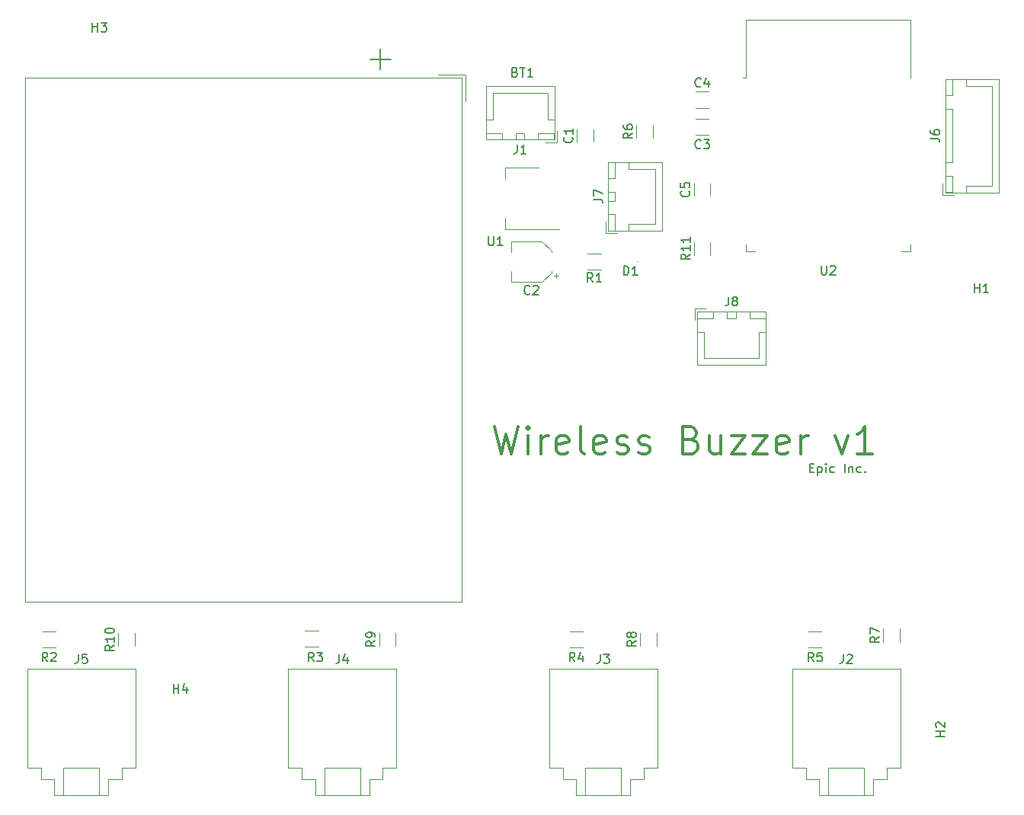
<source format=gbr>
%TF.GenerationSoftware,KiCad,Pcbnew,(6.0.10-0)*%
%TF.CreationDate,2023-07-20T21:22:03-04:00*%
%TF.ProjectId,Buzzers v2,42757a7a-6572-4732-9076-322e6b696361,rev?*%
%TF.SameCoordinates,Original*%
%TF.FileFunction,Legend,Top*%
%TF.FilePolarity,Positive*%
%FSLAX46Y46*%
G04 Gerber Fmt 4.6, Leading zero omitted, Abs format (unit mm)*
G04 Created by KiCad (PCBNEW (6.0.10-0)) date 2023-07-20 21:22:03*
%MOMM*%
%LPD*%
G01*
G04 APERTURE LIST*
%ADD10C,0.150000*%
%ADD11C,0.300000*%
%ADD12C,0.120000*%
%ADD13C,0.100000*%
G04 APERTURE END LIST*
D10*
X164928571Y-90928571D02*
X165261904Y-90928571D01*
X165404761Y-91452380D02*
X164928571Y-91452380D01*
X164928571Y-90452380D01*
X165404761Y-90452380D01*
X165833333Y-90785714D02*
X165833333Y-91785714D01*
X165833333Y-90833333D02*
X165928571Y-90785714D01*
X166119047Y-90785714D01*
X166214285Y-90833333D01*
X166261904Y-90880952D01*
X166309523Y-90976190D01*
X166309523Y-91261904D01*
X166261904Y-91357142D01*
X166214285Y-91404761D01*
X166119047Y-91452380D01*
X165928571Y-91452380D01*
X165833333Y-91404761D01*
X166738095Y-91452380D02*
X166738095Y-90785714D01*
X166738095Y-90452380D02*
X166690476Y-90500000D01*
X166738095Y-90547619D01*
X166785714Y-90500000D01*
X166738095Y-90452380D01*
X166738095Y-90547619D01*
X167642857Y-91404761D02*
X167547619Y-91452380D01*
X167357142Y-91452380D01*
X167261904Y-91404761D01*
X167214285Y-91357142D01*
X167166666Y-91261904D01*
X167166666Y-90976190D01*
X167214285Y-90880952D01*
X167261904Y-90833333D01*
X167357142Y-90785714D01*
X167547619Y-90785714D01*
X167642857Y-90833333D01*
X168833333Y-91452380D02*
X168833333Y-90452380D01*
X169309523Y-90785714D02*
X169309523Y-91452380D01*
X169309523Y-90880952D02*
X169357142Y-90833333D01*
X169452380Y-90785714D01*
X169595238Y-90785714D01*
X169690476Y-90833333D01*
X169738095Y-90928571D01*
X169738095Y-91452380D01*
X170642857Y-91404761D02*
X170547619Y-91452380D01*
X170357142Y-91452380D01*
X170261904Y-91404761D01*
X170214285Y-91357142D01*
X170166666Y-91261904D01*
X170166666Y-90976190D01*
X170214285Y-90880952D01*
X170261904Y-90833333D01*
X170357142Y-90785714D01*
X170547619Y-90785714D01*
X170642857Y-90833333D01*
X171071428Y-91357142D02*
X171119047Y-91404761D01*
X171071428Y-91452380D01*
X171023809Y-91404761D01*
X171071428Y-91357142D01*
X171071428Y-91452380D01*
D11*
X129928571Y-86357142D02*
X130642857Y-89357142D01*
X131214285Y-87214285D01*
X131785714Y-89357142D01*
X132500000Y-86357142D01*
X133642857Y-89357142D02*
X133642857Y-87357142D01*
X133642857Y-86357142D02*
X133500000Y-86500000D01*
X133642857Y-86642857D01*
X133785714Y-86500000D01*
X133642857Y-86357142D01*
X133642857Y-86642857D01*
X135071428Y-89357142D02*
X135071428Y-87357142D01*
X135071428Y-87928571D02*
X135214285Y-87642857D01*
X135357142Y-87500000D01*
X135642857Y-87357142D01*
X135928571Y-87357142D01*
X138071428Y-89214285D02*
X137785714Y-89357142D01*
X137214285Y-89357142D01*
X136928571Y-89214285D01*
X136785714Y-88928571D01*
X136785714Y-87785714D01*
X136928571Y-87500000D01*
X137214285Y-87357142D01*
X137785714Y-87357142D01*
X138071428Y-87500000D01*
X138214285Y-87785714D01*
X138214285Y-88071428D01*
X136785714Y-88357142D01*
X139928571Y-89357142D02*
X139642857Y-89214285D01*
X139500000Y-88928571D01*
X139500000Y-86357142D01*
X142214285Y-89214285D02*
X141928571Y-89357142D01*
X141357142Y-89357142D01*
X141071428Y-89214285D01*
X140928571Y-88928571D01*
X140928571Y-87785714D01*
X141071428Y-87500000D01*
X141357142Y-87357142D01*
X141928571Y-87357142D01*
X142214285Y-87500000D01*
X142357142Y-87785714D01*
X142357142Y-88071428D01*
X140928571Y-88357142D01*
X143500000Y-89214285D02*
X143785714Y-89357142D01*
X144357142Y-89357142D01*
X144642857Y-89214285D01*
X144785714Y-88928571D01*
X144785714Y-88785714D01*
X144642857Y-88500000D01*
X144357142Y-88357142D01*
X143928571Y-88357142D01*
X143642857Y-88214285D01*
X143500000Y-87928571D01*
X143500000Y-87785714D01*
X143642857Y-87500000D01*
X143928571Y-87357142D01*
X144357142Y-87357142D01*
X144642857Y-87500000D01*
X145928571Y-89214285D02*
X146214285Y-89357142D01*
X146785714Y-89357142D01*
X147071428Y-89214285D01*
X147214285Y-88928571D01*
X147214285Y-88785714D01*
X147071428Y-88500000D01*
X146785714Y-88357142D01*
X146357142Y-88357142D01*
X146071428Y-88214285D01*
X145928571Y-87928571D01*
X145928571Y-87785714D01*
X146071428Y-87500000D01*
X146357142Y-87357142D01*
X146785714Y-87357142D01*
X147071428Y-87500000D01*
X151785714Y-87785714D02*
X152214285Y-87928571D01*
X152357142Y-88071428D01*
X152500000Y-88357142D01*
X152500000Y-88785714D01*
X152357142Y-89071428D01*
X152214285Y-89214285D01*
X151928571Y-89357142D01*
X150785714Y-89357142D01*
X150785714Y-86357142D01*
X151785714Y-86357142D01*
X152071428Y-86500000D01*
X152214285Y-86642857D01*
X152357142Y-86928571D01*
X152357142Y-87214285D01*
X152214285Y-87500000D01*
X152071428Y-87642857D01*
X151785714Y-87785714D01*
X150785714Y-87785714D01*
X155071428Y-87357142D02*
X155071428Y-89357142D01*
X153785714Y-87357142D02*
X153785714Y-88928571D01*
X153928571Y-89214285D01*
X154214285Y-89357142D01*
X154642857Y-89357142D01*
X154928571Y-89214285D01*
X155071428Y-89071428D01*
X156214285Y-87357142D02*
X157785714Y-87357142D01*
X156214285Y-89357142D01*
X157785714Y-89357142D01*
X158642857Y-87357142D02*
X160214285Y-87357142D01*
X158642857Y-89357142D01*
X160214285Y-89357142D01*
X162500000Y-89214285D02*
X162214285Y-89357142D01*
X161642857Y-89357142D01*
X161357142Y-89214285D01*
X161214285Y-88928571D01*
X161214285Y-87785714D01*
X161357142Y-87500000D01*
X161642857Y-87357142D01*
X162214285Y-87357142D01*
X162500000Y-87500000D01*
X162642857Y-87785714D01*
X162642857Y-88071428D01*
X161214285Y-88357142D01*
X163928571Y-89357142D02*
X163928571Y-87357142D01*
X163928571Y-87928571D02*
X164071428Y-87642857D01*
X164214285Y-87500000D01*
X164500000Y-87357142D01*
X164785714Y-87357142D01*
X167785714Y-87357142D02*
X168500000Y-89357142D01*
X169214285Y-87357142D01*
X171928571Y-89357142D02*
X170214285Y-89357142D01*
X171071428Y-89357142D02*
X171071428Y-86357142D01*
X170785714Y-86785714D01*
X170500000Y-87071428D01*
X170214285Y-87214285D01*
D10*
%TO.C,R9*%
X116632380Y-110166666D02*
X116156190Y-110500000D01*
X116632380Y-110738095D02*
X115632380Y-110738095D01*
X115632380Y-110357142D01*
X115680000Y-110261904D01*
X115727619Y-110214285D01*
X115822857Y-110166666D01*
X115965714Y-110166666D01*
X116060952Y-110214285D01*
X116108571Y-110261904D01*
X116156190Y-110357142D01*
X116156190Y-110738095D01*
X116632380Y-109690476D02*
X116632380Y-109500000D01*
X116584761Y-109404761D01*
X116537142Y-109357142D01*
X116394285Y-109261904D01*
X116203809Y-109214285D01*
X115822857Y-109214285D01*
X115727619Y-109261904D01*
X115680000Y-109309523D01*
X115632380Y-109404761D01*
X115632380Y-109595238D01*
X115680000Y-109690476D01*
X115727619Y-109738095D01*
X115822857Y-109785714D01*
X116060952Y-109785714D01*
X116156190Y-109738095D01*
X116203809Y-109690476D01*
X116251428Y-109595238D01*
X116251428Y-109404761D01*
X116203809Y-109309523D01*
X116156190Y-109261904D01*
X116060952Y-109214285D01*
%TO.C,R4*%
X138833333Y-112452380D02*
X138500000Y-111976190D01*
X138261904Y-112452380D02*
X138261904Y-111452380D01*
X138642857Y-111452380D01*
X138738095Y-111500000D01*
X138785714Y-111547619D01*
X138833333Y-111642857D01*
X138833333Y-111785714D01*
X138785714Y-111880952D01*
X138738095Y-111928571D01*
X138642857Y-111976190D01*
X138261904Y-111976190D01*
X139690476Y-111785714D02*
X139690476Y-112452380D01*
X139452380Y-111404761D02*
X139214285Y-112119047D01*
X139833333Y-112119047D01*
%TO.C,J1*%
X132416666Y-55002380D02*
X132416666Y-55716666D01*
X132369047Y-55859523D01*
X132273809Y-55954761D01*
X132130952Y-56002380D01*
X132035714Y-56002380D01*
X133416666Y-56002380D02*
X132845238Y-56002380D01*
X133130952Y-56002380D02*
X133130952Y-55002380D01*
X133035714Y-55145238D01*
X132940476Y-55240476D01*
X132845238Y-55288095D01*
%TO.C,R1*%
X140833333Y-70272380D02*
X140500000Y-69796190D01*
X140261904Y-70272380D02*
X140261904Y-69272380D01*
X140642857Y-69272380D01*
X140738095Y-69320000D01*
X140785714Y-69367619D01*
X140833333Y-69462857D01*
X140833333Y-69605714D01*
X140785714Y-69700952D01*
X140738095Y-69748571D01*
X140642857Y-69796190D01*
X140261904Y-69796190D01*
X141785714Y-70272380D02*
X141214285Y-70272380D01*
X141500000Y-70272380D02*
X141500000Y-69272380D01*
X141404761Y-69415238D01*
X141309523Y-69510476D01*
X141214285Y-69558095D01*
%TO.C,R2*%
X80245833Y-112452380D02*
X79912500Y-111976190D01*
X79674404Y-112452380D02*
X79674404Y-111452380D01*
X80055357Y-111452380D01*
X80150595Y-111500000D01*
X80198214Y-111547619D01*
X80245833Y-111642857D01*
X80245833Y-111785714D01*
X80198214Y-111880952D01*
X80150595Y-111928571D01*
X80055357Y-111976190D01*
X79674404Y-111976190D01*
X80626785Y-111547619D02*
X80674404Y-111500000D01*
X80769642Y-111452380D01*
X81007738Y-111452380D01*
X81102976Y-111500000D01*
X81150595Y-111547619D01*
X81198214Y-111642857D01*
X81198214Y-111738095D01*
X81150595Y-111880952D01*
X80579166Y-112452380D01*
X81198214Y-112452380D01*
%TO.C,H2*%
X179952380Y-120761904D02*
X178952380Y-120761904D01*
X179428571Y-120761904D02*
X179428571Y-120190476D01*
X179952380Y-120190476D02*
X178952380Y-120190476D01*
X179047619Y-119761904D02*
X179000000Y-119714285D01*
X178952380Y-119619047D01*
X178952380Y-119380952D01*
X179000000Y-119285714D01*
X179047619Y-119238095D01*
X179142857Y-119190476D01*
X179238095Y-119190476D01*
X179380952Y-119238095D01*
X179952380Y-119809523D01*
X179952380Y-119190476D01*
%TO.C,J8*%
X155916666Y-71902380D02*
X155916666Y-72616666D01*
X155869047Y-72759523D01*
X155773809Y-72854761D01*
X155630952Y-72902380D01*
X155535714Y-72902380D01*
X156535714Y-72330952D02*
X156440476Y-72283333D01*
X156392857Y-72235714D01*
X156345238Y-72140476D01*
X156345238Y-72092857D01*
X156392857Y-71997619D01*
X156440476Y-71950000D01*
X156535714Y-71902380D01*
X156726190Y-71902380D01*
X156821428Y-71950000D01*
X156869047Y-71997619D01*
X156916666Y-72092857D01*
X156916666Y-72140476D01*
X156869047Y-72235714D01*
X156821428Y-72283333D01*
X156726190Y-72330952D01*
X156535714Y-72330952D01*
X156440476Y-72378571D01*
X156392857Y-72426190D01*
X156345238Y-72521428D01*
X156345238Y-72711904D01*
X156392857Y-72807142D01*
X156440476Y-72854761D01*
X156535714Y-72902380D01*
X156726190Y-72902380D01*
X156821428Y-72854761D01*
X156869047Y-72807142D01*
X156916666Y-72711904D01*
X156916666Y-72521428D01*
X156869047Y-72426190D01*
X156821428Y-72378571D01*
X156726190Y-72330952D01*
%TO.C,R6*%
X145232380Y-53704166D02*
X144756190Y-54037500D01*
X145232380Y-54275595D02*
X144232380Y-54275595D01*
X144232380Y-53894642D01*
X144280000Y-53799404D01*
X144327619Y-53751785D01*
X144422857Y-53704166D01*
X144565714Y-53704166D01*
X144660952Y-53751785D01*
X144708571Y-53799404D01*
X144756190Y-53894642D01*
X144756190Y-54275595D01*
X144232380Y-52847023D02*
X144232380Y-53037500D01*
X144280000Y-53132738D01*
X144327619Y-53180357D01*
X144470476Y-53275595D01*
X144660952Y-53323214D01*
X145041904Y-53323214D01*
X145137142Y-53275595D01*
X145184761Y-53227976D01*
X145232380Y-53132738D01*
X145232380Y-52942261D01*
X145184761Y-52847023D01*
X145137142Y-52799404D01*
X145041904Y-52751785D01*
X144803809Y-52751785D01*
X144708571Y-52799404D01*
X144660952Y-52847023D01*
X144613333Y-52942261D01*
X144613333Y-53132738D01*
X144660952Y-53227976D01*
X144708571Y-53275595D01*
X144803809Y-53323214D01*
%TO.C,H3*%
X85238095Y-42452380D02*
X85238095Y-41452380D01*
X85238095Y-41928571D02*
X85809523Y-41928571D01*
X85809523Y-42452380D02*
X85809523Y-41452380D01*
X86190476Y-41452380D02*
X86809523Y-41452380D01*
X86476190Y-41833333D01*
X86619047Y-41833333D01*
X86714285Y-41880952D01*
X86761904Y-41928571D01*
X86809523Y-42023809D01*
X86809523Y-42261904D01*
X86761904Y-42357142D01*
X86714285Y-42404761D01*
X86619047Y-42452380D01*
X86333333Y-42452380D01*
X86238095Y-42404761D01*
X86190476Y-42357142D01*
%TO.C,R5*%
X165370833Y-112452380D02*
X165037500Y-111976190D01*
X164799404Y-112452380D02*
X164799404Y-111452380D01*
X165180357Y-111452380D01*
X165275595Y-111500000D01*
X165323214Y-111547619D01*
X165370833Y-111642857D01*
X165370833Y-111785714D01*
X165323214Y-111880952D01*
X165275595Y-111928571D01*
X165180357Y-111976190D01*
X164799404Y-111976190D01*
X166275595Y-111452380D02*
X165799404Y-111452380D01*
X165751785Y-111928571D01*
X165799404Y-111880952D01*
X165894642Y-111833333D01*
X166132738Y-111833333D01*
X166227976Y-111880952D01*
X166275595Y-111928571D01*
X166323214Y-112023809D01*
X166323214Y-112261904D01*
X166275595Y-112357142D01*
X166227976Y-112404761D01*
X166132738Y-112452380D01*
X165894642Y-112452380D01*
X165799404Y-112404761D01*
X165751785Y-112357142D01*
%TO.C,J5*%
X83666666Y-111652380D02*
X83666666Y-112366666D01*
X83619047Y-112509523D01*
X83523809Y-112604761D01*
X83380952Y-112652380D01*
X83285714Y-112652380D01*
X84619047Y-111652380D02*
X84142857Y-111652380D01*
X84095238Y-112128571D01*
X84142857Y-112080952D01*
X84238095Y-112033333D01*
X84476190Y-112033333D01*
X84571428Y-112080952D01*
X84619047Y-112128571D01*
X84666666Y-112223809D01*
X84666666Y-112461904D01*
X84619047Y-112557142D01*
X84571428Y-112604761D01*
X84476190Y-112652380D01*
X84238095Y-112652380D01*
X84142857Y-112604761D01*
X84095238Y-112557142D01*
%TO.C,R11*%
X151632380Y-67180357D02*
X151156190Y-67513690D01*
X151632380Y-67751785D02*
X150632380Y-67751785D01*
X150632380Y-67370833D01*
X150680000Y-67275595D01*
X150727619Y-67227976D01*
X150822857Y-67180357D01*
X150965714Y-67180357D01*
X151060952Y-67227976D01*
X151108571Y-67275595D01*
X151156190Y-67370833D01*
X151156190Y-67751785D01*
X151632380Y-66227976D02*
X151632380Y-66799404D01*
X151632380Y-66513690D02*
X150632380Y-66513690D01*
X150775238Y-66608928D01*
X150870476Y-66704166D01*
X150918095Y-66799404D01*
X151632380Y-65275595D02*
X151632380Y-65847023D01*
X151632380Y-65561309D02*
X150632380Y-65561309D01*
X150775238Y-65656547D01*
X150870476Y-65751785D01*
X150918095Y-65847023D01*
%TO.C,C3*%
X152833333Y-55357142D02*
X152785714Y-55404761D01*
X152642857Y-55452380D01*
X152547619Y-55452380D01*
X152404761Y-55404761D01*
X152309523Y-55309523D01*
X152261904Y-55214285D01*
X152214285Y-55023809D01*
X152214285Y-54880952D01*
X152261904Y-54690476D01*
X152309523Y-54595238D01*
X152404761Y-54500000D01*
X152547619Y-54452380D01*
X152642857Y-54452380D01*
X152785714Y-54500000D01*
X152833333Y-54547619D01*
X153166666Y-54452380D02*
X153785714Y-54452380D01*
X153452380Y-54833333D01*
X153595238Y-54833333D01*
X153690476Y-54880952D01*
X153738095Y-54928571D01*
X153785714Y-55023809D01*
X153785714Y-55261904D01*
X153738095Y-55357142D01*
X153690476Y-55404761D01*
X153595238Y-55452380D01*
X153309523Y-55452380D01*
X153214285Y-55404761D01*
X153166666Y-55357142D01*
%TO.C,H1*%
X183238095Y-71452380D02*
X183238095Y-70452380D01*
X183238095Y-70928571D02*
X183809523Y-70928571D01*
X183809523Y-71452380D02*
X183809523Y-70452380D01*
X184809523Y-71452380D02*
X184238095Y-71452380D01*
X184523809Y-71452380D02*
X184523809Y-70452380D01*
X184428571Y-70595238D01*
X184333333Y-70690476D01*
X184238095Y-70738095D01*
%TO.C,D1*%
X144261904Y-69502380D02*
X144261904Y-68502380D01*
X144500000Y-68502380D01*
X144642857Y-68550000D01*
X144738095Y-68645238D01*
X144785714Y-68740476D01*
X144833333Y-68930952D01*
X144833333Y-69073809D01*
X144785714Y-69264285D01*
X144738095Y-69359523D01*
X144642857Y-69454761D01*
X144500000Y-69502380D01*
X144261904Y-69502380D01*
X145785714Y-69502380D02*
X145214285Y-69502380D01*
X145500000Y-69502380D02*
X145500000Y-68502380D01*
X145404761Y-68645238D01*
X145309523Y-68740476D01*
X145214285Y-68788095D01*
%TO.C,U2*%
X166238095Y-68452380D02*
X166238095Y-69261904D01*
X166285714Y-69357142D01*
X166333333Y-69404761D01*
X166428571Y-69452380D01*
X166619047Y-69452380D01*
X166714285Y-69404761D01*
X166761904Y-69357142D01*
X166809523Y-69261904D01*
X166809523Y-68452380D01*
X167238095Y-68547619D02*
X167285714Y-68500000D01*
X167380952Y-68452380D01*
X167619047Y-68452380D01*
X167714285Y-68500000D01*
X167761904Y-68547619D01*
X167809523Y-68642857D01*
X167809523Y-68738095D01*
X167761904Y-68880952D01*
X167190476Y-69452380D01*
X167809523Y-69452380D01*
%TO.C,C2*%
X133833333Y-71557142D02*
X133785714Y-71604761D01*
X133642857Y-71652380D01*
X133547619Y-71652380D01*
X133404761Y-71604761D01*
X133309523Y-71509523D01*
X133261904Y-71414285D01*
X133214285Y-71223809D01*
X133214285Y-71080952D01*
X133261904Y-70890476D01*
X133309523Y-70795238D01*
X133404761Y-70700000D01*
X133547619Y-70652380D01*
X133642857Y-70652380D01*
X133785714Y-70700000D01*
X133833333Y-70747619D01*
X134214285Y-70747619D02*
X134261904Y-70700000D01*
X134357142Y-70652380D01*
X134595238Y-70652380D01*
X134690476Y-70700000D01*
X134738095Y-70747619D01*
X134785714Y-70842857D01*
X134785714Y-70938095D01*
X134738095Y-71080952D01*
X134166666Y-71652380D01*
X134785714Y-71652380D01*
%TO.C,R8*%
X145632380Y-110166666D02*
X145156190Y-110500000D01*
X145632380Y-110738095D02*
X144632380Y-110738095D01*
X144632380Y-110357142D01*
X144680000Y-110261904D01*
X144727619Y-110214285D01*
X144822857Y-110166666D01*
X144965714Y-110166666D01*
X145060952Y-110214285D01*
X145108571Y-110261904D01*
X145156190Y-110357142D01*
X145156190Y-110738095D01*
X145060952Y-109595238D02*
X145013333Y-109690476D01*
X144965714Y-109738095D01*
X144870476Y-109785714D01*
X144822857Y-109785714D01*
X144727619Y-109738095D01*
X144680000Y-109690476D01*
X144632380Y-109595238D01*
X144632380Y-109404761D01*
X144680000Y-109309523D01*
X144727619Y-109261904D01*
X144822857Y-109214285D01*
X144870476Y-109214285D01*
X144965714Y-109261904D01*
X145013333Y-109309523D01*
X145060952Y-109404761D01*
X145060952Y-109595238D01*
X145108571Y-109690476D01*
X145156190Y-109738095D01*
X145251428Y-109785714D01*
X145441904Y-109785714D01*
X145537142Y-109738095D01*
X145584761Y-109690476D01*
X145632380Y-109595238D01*
X145632380Y-109404761D01*
X145584761Y-109309523D01*
X145537142Y-109261904D01*
X145441904Y-109214285D01*
X145251428Y-109214285D01*
X145156190Y-109261904D01*
X145108571Y-109309523D01*
X145060952Y-109404761D01*
%TO.C,R7*%
X172632380Y-109704166D02*
X172156190Y-110037500D01*
X172632380Y-110275595D02*
X171632380Y-110275595D01*
X171632380Y-109894642D01*
X171680000Y-109799404D01*
X171727619Y-109751785D01*
X171822857Y-109704166D01*
X171965714Y-109704166D01*
X172060952Y-109751785D01*
X172108571Y-109799404D01*
X172156190Y-109894642D01*
X172156190Y-110275595D01*
X171632380Y-109370833D02*
X171632380Y-108704166D01*
X172632380Y-109132738D01*
%TO.C,C5*%
X151507142Y-60166666D02*
X151554761Y-60214285D01*
X151602380Y-60357142D01*
X151602380Y-60452380D01*
X151554761Y-60595238D01*
X151459523Y-60690476D01*
X151364285Y-60738095D01*
X151173809Y-60785714D01*
X151030952Y-60785714D01*
X150840476Y-60738095D01*
X150745238Y-60690476D01*
X150650000Y-60595238D01*
X150602380Y-60452380D01*
X150602380Y-60357142D01*
X150650000Y-60214285D01*
X150697619Y-60166666D01*
X150602380Y-59261904D02*
X150602380Y-59738095D01*
X151078571Y-59785714D01*
X151030952Y-59738095D01*
X150983333Y-59642857D01*
X150983333Y-59404761D01*
X151030952Y-59309523D01*
X151078571Y-59261904D01*
X151173809Y-59214285D01*
X151411904Y-59214285D01*
X151507142Y-59261904D01*
X151554761Y-59309523D01*
X151602380Y-59404761D01*
X151602380Y-59642857D01*
X151554761Y-59738095D01*
X151507142Y-59785714D01*
%TO.C,R10*%
X87632380Y-110642857D02*
X87156190Y-110976190D01*
X87632380Y-111214285D02*
X86632380Y-111214285D01*
X86632380Y-110833333D01*
X86680000Y-110738095D01*
X86727619Y-110690476D01*
X86822857Y-110642857D01*
X86965714Y-110642857D01*
X87060952Y-110690476D01*
X87108571Y-110738095D01*
X87156190Y-110833333D01*
X87156190Y-111214285D01*
X87632380Y-109690476D02*
X87632380Y-110261904D01*
X87632380Y-109976190D02*
X86632380Y-109976190D01*
X86775238Y-110071428D01*
X86870476Y-110166666D01*
X86918095Y-110261904D01*
X86632380Y-109071428D02*
X86632380Y-108976190D01*
X86680000Y-108880952D01*
X86727619Y-108833333D01*
X86822857Y-108785714D01*
X87013333Y-108738095D01*
X87251428Y-108738095D01*
X87441904Y-108785714D01*
X87537142Y-108833333D01*
X87584761Y-108880952D01*
X87632380Y-108976190D01*
X87632380Y-109071428D01*
X87584761Y-109166666D01*
X87537142Y-109214285D01*
X87441904Y-109261904D01*
X87251428Y-109309523D01*
X87013333Y-109309523D01*
X86822857Y-109261904D01*
X86727619Y-109214285D01*
X86680000Y-109166666D01*
X86632380Y-109071428D01*
%TO.C,BT1*%
X132214285Y-46928571D02*
X132357142Y-46976190D01*
X132404761Y-47023809D01*
X132452380Y-47119047D01*
X132452380Y-47261904D01*
X132404761Y-47357142D01*
X132357142Y-47404761D01*
X132261904Y-47452380D01*
X131880952Y-47452380D01*
X131880952Y-46452380D01*
X132214285Y-46452380D01*
X132309523Y-46500000D01*
X132357142Y-46547619D01*
X132404761Y-46642857D01*
X132404761Y-46738095D01*
X132357142Y-46833333D01*
X132309523Y-46880952D01*
X132214285Y-46928571D01*
X131880952Y-46928571D01*
X132738095Y-46452380D02*
X133309523Y-46452380D01*
X133023809Y-47452380D02*
X133023809Y-46452380D01*
X134166666Y-47452380D02*
X133595238Y-47452380D01*
X133880952Y-47452380D02*
X133880952Y-46452380D01*
X133785714Y-46595238D01*
X133690476Y-46690476D01*
X133595238Y-46738095D01*
X117214285Y-46642857D02*
X117214285Y-44357142D01*
X118357142Y-45500000D02*
X116071428Y-45500000D01*
%TO.C,J6*%
X178377380Y-54333333D02*
X179091666Y-54333333D01*
X179234523Y-54380952D01*
X179329761Y-54476190D01*
X179377380Y-54619047D01*
X179377380Y-54714285D01*
X178377380Y-53428571D02*
X178377380Y-53619047D01*
X178425000Y-53714285D01*
X178472619Y-53761904D01*
X178615476Y-53857142D01*
X178805952Y-53904761D01*
X179186904Y-53904761D01*
X179282142Y-53857142D01*
X179329761Y-53809523D01*
X179377380Y-53714285D01*
X179377380Y-53523809D01*
X179329761Y-53428571D01*
X179282142Y-53380952D01*
X179186904Y-53333333D01*
X178948809Y-53333333D01*
X178853571Y-53380952D01*
X178805952Y-53428571D01*
X178758333Y-53523809D01*
X178758333Y-53714285D01*
X178805952Y-53809523D01*
X178853571Y-53857142D01*
X178948809Y-53904761D01*
%TO.C,J2*%
X168666666Y-111652380D02*
X168666666Y-112366666D01*
X168619047Y-112509523D01*
X168523809Y-112604761D01*
X168380952Y-112652380D01*
X168285714Y-112652380D01*
X169095238Y-111747619D02*
X169142857Y-111700000D01*
X169238095Y-111652380D01*
X169476190Y-111652380D01*
X169571428Y-111700000D01*
X169619047Y-111747619D01*
X169666666Y-111842857D01*
X169666666Y-111938095D01*
X169619047Y-112080952D01*
X169047619Y-112652380D01*
X169666666Y-112652380D01*
%TO.C,R3*%
X109833333Y-112452380D02*
X109500000Y-111976190D01*
X109261904Y-112452380D02*
X109261904Y-111452380D01*
X109642857Y-111452380D01*
X109738095Y-111500000D01*
X109785714Y-111547619D01*
X109833333Y-111642857D01*
X109833333Y-111785714D01*
X109785714Y-111880952D01*
X109738095Y-111928571D01*
X109642857Y-111976190D01*
X109261904Y-111976190D01*
X110166666Y-111452380D02*
X110785714Y-111452380D01*
X110452380Y-111833333D01*
X110595238Y-111833333D01*
X110690476Y-111880952D01*
X110738095Y-111928571D01*
X110785714Y-112023809D01*
X110785714Y-112261904D01*
X110738095Y-112357142D01*
X110690476Y-112404761D01*
X110595238Y-112452380D01*
X110309523Y-112452380D01*
X110214285Y-112404761D01*
X110166666Y-112357142D01*
%TO.C,U1*%
X129238095Y-65192380D02*
X129238095Y-66001904D01*
X129285714Y-66097142D01*
X129333333Y-66144761D01*
X129428571Y-66192380D01*
X129619047Y-66192380D01*
X129714285Y-66144761D01*
X129761904Y-66097142D01*
X129809523Y-66001904D01*
X129809523Y-65192380D01*
X130809523Y-66192380D02*
X130238095Y-66192380D01*
X130523809Y-66192380D02*
X130523809Y-65192380D01*
X130428571Y-65335238D01*
X130333333Y-65430476D01*
X130238095Y-65478095D01*
%TO.C,J3*%
X141666666Y-111652380D02*
X141666666Y-112366666D01*
X141619047Y-112509523D01*
X141523809Y-112604761D01*
X141380952Y-112652380D01*
X141285714Y-112652380D01*
X142047619Y-111652380D02*
X142666666Y-111652380D01*
X142333333Y-112033333D01*
X142476190Y-112033333D01*
X142571428Y-112080952D01*
X142619047Y-112128571D01*
X142666666Y-112223809D01*
X142666666Y-112461904D01*
X142619047Y-112557142D01*
X142571428Y-112604761D01*
X142476190Y-112652380D01*
X142190476Y-112652380D01*
X142095238Y-112604761D01*
X142047619Y-112557142D01*
%TO.C,C4*%
X152833333Y-48507142D02*
X152785714Y-48554761D01*
X152642857Y-48602380D01*
X152547619Y-48602380D01*
X152404761Y-48554761D01*
X152309523Y-48459523D01*
X152261904Y-48364285D01*
X152214285Y-48173809D01*
X152214285Y-48030952D01*
X152261904Y-47840476D01*
X152309523Y-47745238D01*
X152404761Y-47650000D01*
X152547619Y-47602380D01*
X152642857Y-47602380D01*
X152785714Y-47650000D01*
X152833333Y-47697619D01*
X153690476Y-47935714D02*
X153690476Y-48602380D01*
X153452380Y-47554761D02*
X153214285Y-48269047D01*
X153833333Y-48269047D01*
%TO.C,C1*%
X138507142Y-54166666D02*
X138554761Y-54214285D01*
X138602380Y-54357142D01*
X138602380Y-54452380D01*
X138554761Y-54595238D01*
X138459523Y-54690476D01*
X138364285Y-54738095D01*
X138173809Y-54785714D01*
X138030952Y-54785714D01*
X137840476Y-54738095D01*
X137745238Y-54690476D01*
X137650000Y-54595238D01*
X137602380Y-54452380D01*
X137602380Y-54357142D01*
X137650000Y-54214285D01*
X137697619Y-54166666D01*
X138602380Y-53214285D02*
X138602380Y-53785714D01*
X138602380Y-53500000D02*
X137602380Y-53500000D01*
X137745238Y-53595238D01*
X137840476Y-53690476D01*
X137888095Y-53785714D01*
%TO.C,J4*%
X112666666Y-111652380D02*
X112666666Y-112366666D01*
X112619047Y-112509523D01*
X112523809Y-112604761D01*
X112380952Y-112652380D01*
X112285714Y-112652380D01*
X113571428Y-111985714D02*
X113571428Y-112652380D01*
X113333333Y-111604761D02*
X113095238Y-112319047D01*
X113714285Y-112319047D01*
%TO.C,J7*%
X140902380Y-61083333D02*
X141616666Y-61083333D01*
X141759523Y-61130952D01*
X141854761Y-61226190D01*
X141902380Y-61369047D01*
X141902380Y-61464285D01*
X140902380Y-60702380D02*
X140902380Y-60035714D01*
X141902380Y-60464285D01*
%TO.C,H4*%
X94238095Y-115952380D02*
X94238095Y-114952380D01*
X94238095Y-115428571D02*
X94809523Y-115428571D01*
X94809523Y-115952380D02*
X94809523Y-114952380D01*
X95714285Y-115285714D02*
X95714285Y-115952380D01*
X95476190Y-114904761D02*
X95238095Y-115619047D01*
X95857142Y-115619047D01*
D12*
%TO.C,R9*%
X117090000Y-110727064D02*
X117090000Y-109272936D01*
X118910000Y-110727064D02*
X118910000Y-109272936D01*
%TO.C,R4*%
X138272936Y-110910000D02*
X139727064Y-110910000D01*
X138272936Y-109090000D02*
X139727064Y-109090000D01*
%TO.C,J1*%
X128940000Y-54460000D02*
X136560000Y-54460000D01*
X133250000Y-53700000D02*
X132250000Y-53700000D01*
X128950000Y-52200000D02*
X129700000Y-52200000D01*
X135600000Y-54750000D02*
X136850000Y-54750000D01*
X130750000Y-53700000D02*
X128950000Y-53700000D01*
X136560000Y-54460000D02*
X136560000Y-48490000D01*
X128950000Y-53700000D02*
X128950000Y-54450000D01*
X129700000Y-52200000D02*
X129700000Y-49250000D01*
X130750000Y-54450000D02*
X130750000Y-53700000D01*
X133250000Y-54450000D02*
X133250000Y-53700000D01*
X135800000Y-52200000D02*
X135800000Y-49250000D01*
X136850000Y-54750000D02*
X136850000Y-53500000D01*
X136550000Y-52200000D02*
X135800000Y-52200000D01*
X132250000Y-54450000D02*
X133250000Y-54450000D01*
X136550000Y-54450000D02*
X136550000Y-53700000D01*
X128940000Y-48490000D02*
X128940000Y-54460000D01*
X135800000Y-49250000D02*
X132750000Y-49250000D01*
X132250000Y-53700000D02*
X132250000Y-54450000D01*
X134750000Y-53700000D02*
X134750000Y-54450000D01*
X136550000Y-53700000D02*
X134750000Y-53700000D01*
X136560000Y-48490000D02*
X128940000Y-48490000D01*
X129700000Y-49250000D02*
X132750000Y-49250000D01*
X128950000Y-54450000D02*
X130750000Y-54450000D01*
X134750000Y-54450000D02*
X136550000Y-54450000D01*
%TO.C,R1*%
X141727064Y-67090000D02*
X140272936Y-67090000D01*
X141727064Y-68910000D02*
X140272936Y-68910000D01*
%TO.C,R2*%
X79685436Y-110910000D02*
X81139564Y-110910000D01*
X79685436Y-109090000D02*
X81139564Y-109090000D01*
%TO.C,J8*%
X152440000Y-79510000D02*
X160060000Y-79510000D01*
X160050000Y-74300000D02*
X160050000Y-73550000D01*
X154250000Y-73550000D02*
X152450000Y-73550000D01*
X158250000Y-74300000D02*
X160050000Y-74300000D01*
X152450000Y-74300000D02*
X154250000Y-74300000D01*
X152450000Y-75800000D02*
X153200000Y-75800000D01*
X160060000Y-73540000D02*
X152440000Y-73540000D01*
X155750000Y-74300000D02*
X156750000Y-74300000D01*
X160060000Y-79510000D02*
X160060000Y-73540000D01*
X156750000Y-74300000D02*
X156750000Y-73550000D01*
X160050000Y-75800000D02*
X159300000Y-75800000D01*
X153400000Y-73250000D02*
X152150000Y-73250000D01*
X159300000Y-78750000D02*
X156250000Y-78750000D01*
X156750000Y-73550000D02*
X155750000Y-73550000D01*
X152450000Y-73550000D02*
X152450000Y-74300000D01*
X152440000Y-73540000D02*
X152440000Y-79510000D01*
X159300000Y-75800000D02*
X159300000Y-78750000D01*
X152150000Y-73250000D02*
X152150000Y-74500000D01*
X153200000Y-75800000D02*
X153200000Y-78750000D01*
X155750000Y-73550000D02*
X155750000Y-74300000D01*
X158250000Y-73550000D02*
X158250000Y-74300000D01*
X153200000Y-78750000D02*
X156250000Y-78750000D01*
X160050000Y-73550000D02*
X158250000Y-73550000D01*
X154250000Y-74300000D02*
X154250000Y-73550000D01*
%TO.C,R6*%
X145690000Y-54264564D02*
X145690000Y-52810436D01*
X147510000Y-54264564D02*
X147510000Y-52810436D01*
%TO.C,R5*%
X164810436Y-110910000D02*
X166264564Y-110910000D01*
X164810436Y-109090000D02*
X166264564Y-109090000D01*
%TO.C,J5*%
X90000000Y-124300000D02*
X88500000Y-124300000D01*
X88500000Y-125500000D02*
X87000000Y-125500000D01*
X88500000Y-124300000D02*
X88500000Y-125500000D01*
X81000000Y-125500000D02*
X79500000Y-125500000D01*
X90000000Y-113300000D02*
X90000000Y-124300000D01*
X86000000Y-127300000D02*
X86000000Y-124300000D01*
X87000000Y-125500000D02*
X87000000Y-127300000D01*
X78000000Y-113300000D02*
X90000000Y-113300000D01*
X79500000Y-125500000D02*
X79500000Y-124300000D01*
X79500000Y-124300000D02*
X78000000Y-124300000D01*
X82000000Y-124300000D02*
X82000000Y-127300000D01*
X81000000Y-127300000D02*
X81000000Y-125500000D01*
X86000000Y-124300000D02*
X82000000Y-124300000D01*
X87000000Y-127300000D02*
X81000000Y-127300000D01*
X78000000Y-124300000D02*
X78000000Y-113300000D01*
%TO.C,R11*%
X152090000Y-67264564D02*
X152090000Y-65810436D01*
X153910000Y-67264564D02*
X153910000Y-65810436D01*
%TO.C,C3*%
X152288748Y-52090000D02*
X153711252Y-52090000D01*
X152288748Y-53910000D02*
X153711252Y-53910000D01*
D13*
%TO.C,D1*%
X145910000Y-68000000D02*
G75*
G03*
X145910000Y-68000000I-50000J0D01*
G01*
D12*
%TO.C,U2*%
X176120000Y-66100000D02*
X176120000Y-66880000D01*
X176120000Y-41140000D02*
X176120000Y-47555000D01*
X157880000Y-66100000D02*
X157880000Y-66880000D01*
X176120000Y-66880000D02*
X175120000Y-66880000D01*
X157880000Y-66880000D02*
X158880000Y-66880000D01*
X157880000Y-41140000D02*
X157880000Y-47555000D01*
X157880000Y-47555000D02*
X157500000Y-47555000D01*
X157880000Y-41140000D02*
X176120000Y-41140000D01*
%TO.C,C2*%
X136260000Y-69195563D02*
X135195563Y-70260000D01*
X136260000Y-66804437D02*
X135195563Y-65740000D01*
X135195563Y-65740000D02*
X131740000Y-65740000D01*
X131740000Y-70260000D02*
X131740000Y-69060000D01*
X136260000Y-69195563D02*
X136260000Y-69060000D01*
X137000000Y-69560000D02*
X136500000Y-69560000D01*
X135195563Y-70260000D02*
X131740000Y-70260000D01*
X136260000Y-66804437D02*
X136260000Y-66940000D01*
X131740000Y-65740000D02*
X131740000Y-66940000D01*
X136750000Y-69810000D02*
X136750000Y-69310000D01*
%TO.C,R8*%
X147910000Y-110727064D02*
X147910000Y-109272936D01*
X146090000Y-110727064D02*
X146090000Y-109272936D01*
%TO.C,R7*%
X174910000Y-110264564D02*
X174910000Y-108810436D01*
X173090000Y-110264564D02*
X173090000Y-108810436D01*
%TO.C,C5*%
X152090000Y-60711252D02*
X152090000Y-59288748D01*
X153910000Y-60711252D02*
X153910000Y-59288748D01*
%TO.C,R10*%
X89910000Y-110727064D02*
X89910000Y-109272936D01*
X88090000Y-110727064D02*
X88090000Y-109272936D01*
%TO.C,BT1*%
X126270000Y-47580000D02*
X126270000Y-105820000D01*
X126270000Y-47580000D02*
X77730000Y-47580000D01*
X126650000Y-47200000D02*
X126650000Y-50200000D01*
X77730000Y-47580000D02*
X77730000Y-105820000D01*
X123650000Y-47200000D02*
X126650000Y-47200000D01*
X126270000Y-105820000D02*
X77730000Y-105820000D01*
%TO.C,J6*%
X182275000Y-47700000D02*
X182275000Y-48450000D01*
X185225000Y-59550000D02*
X185225000Y-54000000D01*
X180775000Y-58500000D02*
X180025000Y-58500000D01*
X180775000Y-57000000D02*
X180775000Y-51000000D01*
X180015000Y-47690000D02*
X180015000Y-60310000D01*
X180025000Y-47700000D02*
X180025000Y-49500000D01*
X180015000Y-60310000D02*
X185985000Y-60310000D01*
X180775000Y-51000000D02*
X180025000Y-51000000D01*
X179725000Y-60600000D02*
X180975000Y-60600000D01*
X182275000Y-59550000D02*
X185225000Y-59550000D01*
X182275000Y-60300000D02*
X182275000Y-59550000D01*
X185985000Y-47690000D02*
X180015000Y-47690000D01*
X180025000Y-57000000D02*
X180775000Y-57000000D01*
X180775000Y-60300000D02*
X180775000Y-58500000D01*
X180025000Y-58500000D02*
X180025000Y-60300000D01*
X185225000Y-48450000D02*
X185225000Y-54000000D01*
X180025000Y-49500000D02*
X180775000Y-49500000D01*
X180775000Y-47700000D02*
X180025000Y-47700000D01*
X180775000Y-49500000D02*
X180775000Y-47700000D01*
X180025000Y-51000000D02*
X180025000Y-57000000D01*
X180025000Y-60300000D02*
X180775000Y-60300000D01*
X185985000Y-60310000D02*
X185985000Y-47690000D01*
X179725000Y-59350000D02*
X179725000Y-60600000D01*
X182275000Y-48450000D02*
X185225000Y-48450000D01*
%TO.C,J2*%
X175000000Y-113300000D02*
X175000000Y-124300000D01*
X173500000Y-125500000D02*
X172000000Y-125500000D01*
X172000000Y-125500000D02*
X172000000Y-127300000D01*
X175000000Y-124300000D02*
X173500000Y-124300000D01*
X172000000Y-127300000D02*
X166000000Y-127300000D01*
X171000000Y-127300000D02*
X171000000Y-124300000D01*
X171000000Y-124300000D02*
X167000000Y-124300000D01*
X163000000Y-124300000D02*
X163000000Y-113300000D01*
X166000000Y-127300000D02*
X166000000Y-125500000D01*
X167000000Y-124300000D02*
X167000000Y-127300000D01*
X173500000Y-124300000D02*
X173500000Y-125500000D01*
X164500000Y-124300000D02*
X163000000Y-124300000D01*
X166000000Y-125500000D02*
X164500000Y-125500000D01*
X164500000Y-125500000D02*
X164500000Y-124300000D01*
X163000000Y-113300000D02*
X175000000Y-113300000D01*
%TO.C,R3*%
X108860436Y-109000000D02*
X110314564Y-109000000D01*
X108860436Y-110820000D02*
X110314564Y-110820000D01*
%TO.C,U1*%
X131090000Y-57590000D02*
X131090000Y-58850000D01*
X131090000Y-64410000D02*
X131090000Y-63150000D01*
X137100000Y-64410000D02*
X131090000Y-64410000D01*
X134850000Y-57590000D02*
X131090000Y-57590000D01*
%TO.C,J3*%
X148000000Y-124300000D02*
X146500000Y-124300000D01*
X137500000Y-125500000D02*
X137500000Y-124300000D01*
X136000000Y-113300000D02*
X148000000Y-113300000D01*
X145000000Y-127300000D02*
X139000000Y-127300000D01*
X139000000Y-125500000D02*
X137500000Y-125500000D01*
X139000000Y-127300000D02*
X139000000Y-125500000D01*
X136000000Y-124300000D02*
X136000000Y-113300000D01*
X146500000Y-125500000D02*
X145000000Y-125500000D01*
X148000000Y-113300000D02*
X148000000Y-124300000D01*
X140000000Y-124300000D02*
X140000000Y-127300000D01*
X137500000Y-124300000D02*
X136000000Y-124300000D01*
X144000000Y-124300000D02*
X140000000Y-124300000D01*
X146500000Y-124300000D02*
X146500000Y-125500000D01*
X145000000Y-125500000D02*
X145000000Y-127300000D01*
X144000000Y-127300000D02*
X144000000Y-124300000D01*
%TO.C,C4*%
X152288748Y-50910000D02*
X153711252Y-50910000D01*
X152288748Y-49090000D02*
X153711252Y-49090000D01*
%TO.C,C1*%
X140910000Y-54711252D02*
X140910000Y-53288748D01*
X139090000Y-54711252D02*
X139090000Y-53288748D01*
%TO.C,J4*%
X116000000Y-125500000D02*
X116000000Y-127300000D01*
X111000000Y-124300000D02*
X111000000Y-127300000D01*
X107000000Y-124300000D02*
X107000000Y-113300000D01*
X119000000Y-124300000D02*
X117500000Y-124300000D01*
X117500000Y-125500000D02*
X116000000Y-125500000D01*
X115000000Y-124300000D02*
X111000000Y-124300000D01*
X116000000Y-127300000D02*
X110000000Y-127300000D01*
X115000000Y-127300000D02*
X115000000Y-124300000D01*
X107000000Y-113300000D02*
X119000000Y-113300000D01*
X110000000Y-127300000D02*
X110000000Y-125500000D01*
X110000000Y-125500000D02*
X108500000Y-125500000D01*
X119000000Y-113300000D02*
X119000000Y-124300000D01*
X117500000Y-124300000D02*
X117500000Y-125500000D01*
X108500000Y-125500000D02*
X108500000Y-124300000D01*
X108500000Y-124300000D02*
X107000000Y-124300000D01*
%TO.C,J7*%
X143300000Y-58750000D02*
X143300000Y-56950000D01*
X143300000Y-56950000D02*
X142550000Y-56950000D01*
X143300000Y-60250000D02*
X142550000Y-60250000D01*
X142550000Y-61250000D02*
X143300000Y-61250000D01*
X142550000Y-62750000D02*
X142550000Y-64550000D01*
X143300000Y-62750000D02*
X142550000Y-62750000D01*
X142540000Y-64560000D02*
X148510000Y-64560000D01*
X143300000Y-61250000D02*
X143300000Y-60250000D01*
X147750000Y-57700000D02*
X147750000Y-60750000D01*
X142250000Y-64850000D02*
X143500000Y-64850000D01*
X144800000Y-56950000D02*
X144800000Y-57700000D01*
X144800000Y-64550000D02*
X144800000Y-63800000D01*
X147750000Y-63800000D02*
X147750000Y-60750000D01*
X142540000Y-56940000D02*
X142540000Y-64560000D01*
X148510000Y-56940000D02*
X142540000Y-56940000D01*
X142550000Y-60250000D02*
X142550000Y-61250000D01*
X144800000Y-63800000D02*
X147750000Y-63800000D01*
X142550000Y-56950000D02*
X142550000Y-58750000D01*
X143300000Y-64550000D02*
X143300000Y-62750000D01*
X142250000Y-63600000D02*
X142250000Y-64850000D01*
X142550000Y-64550000D02*
X143300000Y-64550000D01*
X148510000Y-64560000D02*
X148510000Y-56940000D01*
X142550000Y-58750000D02*
X143300000Y-58750000D01*
X144800000Y-57700000D02*
X147750000Y-57700000D01*
%TD*%
M02*

</source>
